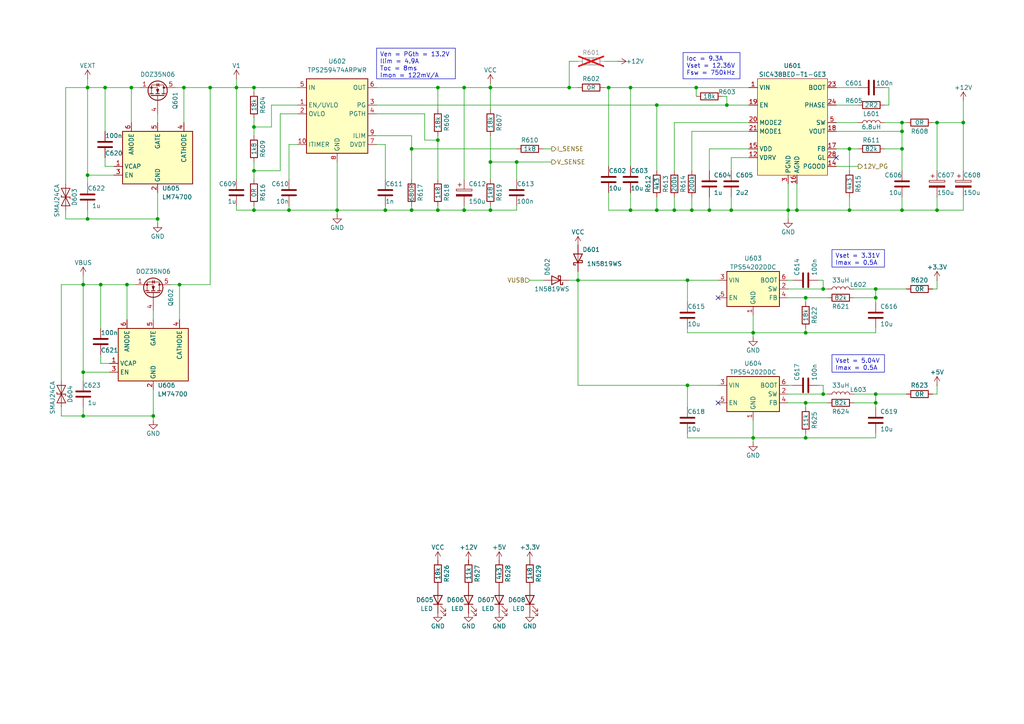
<source format=kicad_sch>
(kicad_sch (version 20231120) (generator "eeschema") (generator_version "8.0")
  (paper "A4")
  (title_block (title "Power Supply") (date "2025-04-11") (rev "01") (company "Ravenspark") (comment 1 "0-Series"))
  (lib_symbols
    (symbol "Device:C" (pin_numbers hide) (pin_names (offset 0.254))
      (property "Reference" "C" (at 0.635 2.54 0))
      (property "Value" "C" (at 0.635 -2.54 0))
      (symbol "C_1_1"
        (pin passive line (at 0 3.81 270) (length 2.794) (name "~") (number "1"))
        (pin passive line (at 0 -3.81 90) (length 2.794) (name "~") (number "2"))
      )
    )
    (symbol "Device:C_Polarized" (pin_numbers hide) (pin_names (offset 0.254))
      (property "Reference" "C" (at 0.635 2.54 0))
      (property "Value" "C_Polarized" (at 0.635 -2.54 0))
      (symbol "C_Polarized_1_1"
        (pin passive line (at 0 3.81 270) (length 2.794) (name "~") (number "1"))
        (pin passive line (at 0 -3.81 90) (length 2.794) (name "~") (number "2"))
      )
    )
    (symbol "Device:D_Schottky" (pin_numbers hide) (pin_names (offset 1.016) hide)
      (property "Reference" "D" (at 0 2.54 0))
      (property "Value" "D_Schottky" (at 0 -2.54 0))
      (symbol "D_Schottky_1_1"
        (pin passive line (at -3.81 0 0) (length 2.54) (name "K") (number "1"))
        (pin passive line (at 3.81 0 180) (length 2.54) (name "A") (number "2"))
      )
    )
    (symbol "Device:L" (pin_numbers hide) (pin_names (offset 1.016) hide)
      (property "Reference" "L" (at -1.27 0 90))
      (property "Value" "L" (at 1.905 0 90))
      (symbol "L_1_1"
        (pin passive line (at 0 3.81 270) (length 1.27) (name "1") (number "1"))
        (pin passive line (at 0 -3.81 90) (length 1.27) (name "2") (number "2"))
      )
    )
    (symbol "Device:LED" (pin_numbers hide) (pin_names (offset 1.016) hide)
      (property "Reference" "D" (at 0 2.54 0))
      (property "Value" "LED" (at 0 -2.54 0))
      (symbol "LED_1_1"
        (pin passive line (at -3.81 0 0) (length 2.54) (name "K") (number "1"))
        (pin passive line (at 3.81 0 180) (length 2.54) (name "A") (number "2"))
      )
    )
    (symbol "Device:R" (pin_numbers hide) (pin_names (offset 0))
      (property "Reference" "R" (at 2.032 0 90))
      (property "Value" "R" (at 0 0 90))
      (symbol "R_1_1"
        (pin passive line (at 0 3.81 270) (length 1.27) (name "~") (number "1"))
        (pin passive line (at 0 -3.81 90) (length 1.27) (name "~") (number "2"))
      )
    )
    (symbol "Diode:SMAJ24CA" (pin_numbers hide) (pin_names (offset 1.016) hide)
      (property "Reference" "D" (at 0 2.54 0))
      (property "Value" "SMAJ24CA" (at 0 -2.54 0))
      (symbol "SMAJ24CA_1_1"
        (pin passive line (at -3.81 0 0) (length 2.54) (name "A1") (number "1"))
        (pin passive line (at 3.81 0 180) (length 2.54) (name "A2") (number "2"))
      )
    )
    (symbol "Power_Management:LM74700"
      (property "Reference" "U" (at -9.525 -8.89 0))
      (property "Value" "LM74700" (at 7.62 -8.89 0))
      (symbol "LM74700_1_1"
        (pin passive line (at -12.7 -2.54 0) (length 2.54) (name "VCAP") (number "1"))
        (pin power_in line (at 0 -10.16 90) (length 2.54) (name "GND") (number "2"))
        (pin input line (at -12.7 -5.08 0) (length 2.54) (name "EN") (number "3"))
        (pin input line (at 7.62 10.16 270) (length 2.54) (name "CATHODE") (number "4"))
        (pin output line (at 0 10.16 270) (length 2.54) (name "GATE") (number "5"))
        (pin power_in line (at -7.62 10.16 270) (length 2.54) (name "ANODE") (number "6"))
      )
    )
    (symbol "Ravenspark:60N03D" (pin_names (offset 0) hide)
      (property "Reference" "Q7" (at -3.81 5.08 0))
      (property "Value" "60N03D" (at 6.35 -3.81 90))
      (symbol "60N03D_1_0"
        (pin input line (at -5.08 0 0) (length 2.54) (name "G") (number "4"))
        (pin passive line (at 2.54 5.08 270) (length 2.54) (name "D") (number "5"))
      )
      (symbol "60N03D_1_1"
        (pin passive line (at 2.54 -5.08 90) (length 2.54) (name "S") (number "1"))
        (pin passive line (at 2.54 -5.08 90) (length 5.08) hide (name "S") (number "2"))
        (pin passive line (at 2.54 -5.08 90) (length 2.54) hide (name "S") (number "3"))
      )
    )
    (symbol "Ravenspark:SIC438BED"
      (property "Reference" "U9" (at 0 3.81 0))
      (property "Value" "SIC438BED-T1-GE3" (at 0 1.27 0))
      (symbol "SIC438BED_0_0"
        (pin power_in line (at -12.7 -2.54 0) (length 2.54) (name "VIN") (number "1"))
        (pin passive line (at 12.7 -22.86 180) (length 2.54) hide (name "GL") (number "10"))
        (pin passive line (at 12.7 -22.86 180) (length 2.54) hide (name "GL") (number "11"))
        (pin power_out line (at -12.7 -22.86 0) (length 2.54) (name "VDRV") (number "12"))
        (pin open_collector line (at 12.7 -25.4 180) (length 2.54) (name "PGOOD") (number "14"))
        (pin power_out line (at -12.7 -20.32 0) (length 2.54) (name "VDD") (number "15"))
        (pin power_in line (at 1.27 -30.48 90) (length 2.54) (name "AGND") (number "16"))
        (pin input line (at 12.7 -20.32 180) (length 2.54) (name "FB") (number "17"))
        (pin passive line (at 12.7 -15.24 180) (length 2.54) (name "VOUT") (number "18"))
        (pin input line (at -12.7 -7.62 0) (length 2.54) (name "EN") (number "19"))
        (pin power_in line (at -12.7 -2.54 0) (length 2.54) hide (name "VIN") (number "2"))
        (pin input line (at -12.7 -12.7 0) (length 2.54) (name "MODE2") (number "20"))
        (pin input line (at -12.7 -15.24 0) (length 2.54) (name "MODE1") (number "21"))
        (pin power_in line (at -12.7 -2.54 0) (length 2.54) hide (name "VIN") (number "22"))
        (pin passive line (at 12.7 -2.54 180) (length 2.54) (name "BOOT") (number "23"))
        (pin passive line (at 12.7 -7.62 180) (length 2.54) (name "PHASE") (number "24"))
        (pin power_in line (at 1.27 -30.48 90) (length 2.54) hide (name "AGND") (number "25"))
        (pin power_in line (at -12.7 -2.54 0) (length 2.54) hide (name "VIN") (number "26"))
        (pin power_in line (at -1.27 -30.48 90) (length 2.54) hide (name "PGND") (number "27"))
        (pin passive line (at 12.7 -22.86 180) (length 2.54) (name "GL") (number "28"))
        (pin power_in line (at -1.27 -30.48 90) (length 2.54) (name "PGND") (number "3"))
        (pin power_out line (at 12.7 -12.7 180) (length 2.54) (name "SW") (number "5"))
        (pin power_out line (at 12.7 -12.7 180) (length 2.54) hide (name "SW") (number "6"))
        (pin power_out line (at 12.7 -12.7 180) (length 2.54) hide (name "SW") (number "7"))
        (pin power_out line (at 12.7 -12.7 180) (length 2.54) hide (name "SW") (number "8"))
        (pin power_in line (at 12.7 -12.7 180) (length 2.54) hide (name "SW") (number "9"))
      )
      (symbol "SIC438BED_1_0"
        (pin power_in line (at -1.27 -30.48 90) (length 2.54) hide (name "PGND") (number "13"))
        (pin power_in line (at -1.27 -30.48 90) (length 2.54) hide (name "PGND") (number "4"))
      )
    )
    (symbol "Ravenspark:TPS259474x"
      (property "Reference" "U" (at 6.35 3.81 0))
      (property "Value" "TPS259474x" (at -8.89 3.81 0))
      (symbol "TPS259474x_1_1"
        (pin input line (at -11.43 -5.08 0) (length 2.54) (name "EN/UVLO") (number "1"))
        (pin output line (at -11.43 -16.51 0) (length 2.54) (name "ITIMER") (number "10"))
        (pin input line (at -11.43 -7.62 0) (length 2.54) (name "OVLO") (number "2"))
        (pin open_collector line (at 11.43 -5.08 180) (length 2.54) (name "PG") (number "3"))
        (pin input line (at 11.43 -7.62 180) (length 2.54) (name "PGTH") (number "4"))
        (pin power_in line (at -11.43 0 0) (length 2.54) (name "IN") (number "5"))
        (pin power_out line (at 11.43 0 180) (length 2.54) (name "OUT") (number "6"))
        (pin output line (at 11.43 -16.51 180) (length 2.54) (name "DVDT") (number "7"))
        (pin power_in line (at 0 -21.59 90) (length 2.54) (name "GND") (number "8"))
        (pin output line (at 11.43 -13.97 180) (length 2.54) (name "ILIM") (number "9"))
      )
    )
    (symbol "Regulator_Switching:TPS54202DDC"
      (property "Reference" "U" (at -7.62 6.35 0))
      (property "Value" "TPS54202DDC" (at 0 6.35 0))
      (symbol "TPS54202DDC_1_1"
        (pin power_in line (at 0 -7.62 90) (length 2.54) (name "GND") (number "1"))
        (pin power_out line (at 10.16 0 180) (length 2.54) (name "SW") (number "2"))
        (pin power_in line (at -10.16 2.54 0) (length 2.54) (name "VIN") (number "3"))
        (pin input line (at 10.16 -2.54 180) (length 2.54) (name "FB") (number "4"))
        (pin input line (at -10.16 -2.54 0) (length 2.54) (name "EN") (number "5"))
        (pin passive line (at 10.16 2.54 180) (length 2.54) (name "BOOT") (number "6"))
      )
    )
    (symbol "power:+12V" (power) (pin_numbers hide) (pin_names (offset 0) hide)
      (property "Value" "+12V" (at 0 3.556 0))
      (symbol "+12V_1_1"
        (pin power_in line (at 0 0 90) (length 0) (name "~") (number "1"))
      )
    )
    (symbol "power:+3.3V" (power) (pin_numbers hide) (pin_names (offset 0) hide)
      (property "Value" "+3.3V" (at 0 3.556 0))
      (symbol "+3.3V_1_1"
        (pin power_in line (at 0 0 90) (length 0) (name "~") (number "1"))
      )
    )
    (symbol "power:+5V" (power) (pin_numbers hide) (pin_names (offset 0) hide)
      (property "Value" "+5V" (at 0 3.556 0))
      (symbol "+5V_1_1"
        (pin power_in line (at 0 0 90) (length 0) (name "~") (number "1"))
      )
    )
    (symbol "power:GND" (power) (pin_numbers hide) (pin_names (offset 0) hide)
      (property "Value" "GND" (at 0 -3.81 0))
      (symbol "GND_1_1"
        (pin power_in line (at 0 0 270) (length 0) (name "~") (number "1"))
      )
    )
    (symbol "power:VBUS" (power) (pin_numbers hide) (pin_names (offset 0) hide)
      (property "Value" "VBUS" (at 0 3.556 0))
      (symbol "VBUS_1_1"
        (pin power_in line (at 0 0 90) (length 0) (name "~") (number "1"))
      )
    )
    (symbol "power:VCC" (power) (pin_numbers hide) (pin_names (offset 0) hide)
      (property "Value" "VCC" (at 0 3.556 0))
      (symbol "VCC_1_1"
        (pin power_in line (at 0 0 90) (length 0) (name "~") (number "1"))
      )
    )
  )
  (junction (at 25.4 25.4))
  (junction (at 142.24 60.96))
  (junction (at 271.78 60.96))
  (junction (at 36.83 82.55))
  (junction (at 45.72 63.5))
  (junction (at 271.78 35.56))
  (junction (at 24.13 120.65))
  (junction (at 73.66 60.96))
  (junction (at 53.34 25.4))
  (junction (at 233.68 127))
  (junction (at 52.07 82.55))
  (junction (at 127 60.96))
  (junction (at 261.62 35.56))
  (junction (at 97.79 60.96))
  (junction (at 176.53 25.4))
  (junction (at 228.6 60.96))
  (junction (at 254 114.3))
  (junction (at 233.68 96.52))
  (junction (at 205.74 60.96))
  (junction (at 165.1 25.4))
  (junction (at 44.45 120.65))
  (junction (at 190.5 30.48))
  (junction (at 218.44 127))
  (junction (at 261.62 38.1))
  (junction (at 246.38 60.96))
  (junction (at 279.4 35.56))
  (junction (at 38.1 25.4))
  (junction (at 233.68 116.84))
  (junction (at 60.96 25.4))
  (junction (at 142.24 25.4))
  (junction (at 29.21 82.55))
  (junction (at 134.62 25.4))
  (junction (at 73.66 49.53))
  (junction (at 25.4 50.8))
  (junction (at 24.13 107.95))
  (junction (at 238.76 83.82))
  (junction (at 182.88 25.4))
  (junction (at 24.13 82.55))
  (junction (at 200.66 60.96))
  (junction (at 134.62 60.96))
  (junction (at 30.48 25.4))
  (junction (at 212.09 60.96))
  (junction (at 25.4 63.5))
  (junction (at 190.5 60.96))
  (junction (at 261.62 60.96))
  (junction (at 261.62 43.18))
  (junction (at 254 83.82))
  (junction (at 73.66 25.4))
  (junction (at 182.88 60.96))
  (junction (at 149.86 46.99))
  (junction (at 127 25.4))
  (junction (at 119.38 43.18))
  (junction (at 254 116.84))
  (junction (at 127 40.64))
  (junction (at 238.76 114.3))
  (junction (at 111.76 60.96))
  (junction (at 73.66 36.83))
  (junction (at 218.44 96.52))
  (junction (at 167.64 81.28))
  (junction (at 142.24 46.99))
  (junction (at 199.39 81.28))
  (junction (at 231.14 60.96))
  (junction (at 233.68 86.36))
  (junction (at 210.82 30.48))
  (junction (at 201.93 25.4))
  (junction (at 195.58 60.96))
  (junction (at 199.39 111.76))
  (junction (at 246.38 43.18))
  (junction (at 83.82 60.96))
  (junction (at 254 86.36))
  (junction (at 68.58 25.4))
  (junction (at 119.38 60.96))
  (no_connect (at 208.28 116.84))
  (no_connect (at 242.57 45.72))
  (no_connect (at 208.28 86.36))
  (wire (pts (xy 53.34 25.4) (xy 53.34 35.56)))
  (wire (pts (xy 134.62 52.07) (xy 134.62 25.4)))
  (wire (pts (xy 127 39.37) (xy 127 40.64)))
  (wire (pts (xy 182.88 25.4) (xy 201.93 25.4)))
  (wire (pts (xy 73.66 36.83) (xy 73.66 34.29)))
  (wire (pts (xy 167.64 111.76) (xy 199.39 111.76)))
  (wire (pts (xy 246.38 60.96) (xy 231.14 60.96)))
  (wire (pts (xy 238.76 114.3) (xy 240.03 114.3)))
  (wire (pts (xy 111.76 52.07) (xy 111.76 41.91)))
  (wire (pts (xy 86.36 30.48) (xy 78.74 30.48)))
  (wire (pts (xy 254 83.82) (xy 247.65 83.82)))
  (wire (pts (xy 212.09 57.15) (xy 212.09 60.96)))
  (wire (pts (xy 233.68 127) (xy 254 127)))
  (wire (pts (xy 256.54 30.48) (xy 257.81 30.48)))
  (wire (pts (xy 271.78 57.15) (xy 271.78 60.96)))
  (wire (pts (xy 53.34 25.4) (xy 60.96 25.4)))
  (wire (pts (xy 30.48 25.4) (xy 38.1 25.4)))
  (wire (pts (xy 242.57 30.48) (xy 248.92 30.48)))
  (wire (pts (xy 182.88 55.88) (xy 182.88 60.96)))
  (wire (pts (xy 238.76 81.28) (xy 238.76 83.82)))
  (wire (pts (xy 182.88 25.4) (xy 182.88 48.26)))
  (wire (pts (xy 228.6 81.28) (xy 229.87 81.28)))
  (wire (pts (xy 123.19 33.02) (xy 123.19 40.64)))
  (wire (pts (xy 127 60.96) (xy 119.38 60.96)))
  (wire (pts (xy 142.24 39.37) (xy 142.24 46.99)))
  (wire (pts (xy 199.39 111.76) (xy 199.39 118.11)))
  (wire (pts (xy 210.82 27.94) (xy 209.55 27.94)))
  (wire (pts (xy 157.48 43.18) (xy 160.02 43.18)))
  (wire (pts (xy 201.93 27.94) (xy 201.93 25.4)))
  (wire (pts (xy 134.62 60.96) (xy 142.24 60.96)))
  (wire (pts (xy 165.1 17.78) (xy 165.1 25.4)))
  (wire (pts (xy 212.09 45.72) (xy 212.09 49.53)))
  (wire (pts (xy 271.78 35.56) (xy 270.51 35.56)))
  (wire (pts (xy 228.6 60.96) (xy 228.6 63.5)))
  (wire (pts (xy 176.53 55.88) (xy 176.53 60.96)))
  (wire (pts (xy 270.51 83.82) (xy 271.78 83.82)))
  (wire (pts (xy 52.07 82.55) (xy 49.53 82.55)))
  (wire (pts (xy 97.79 60.96) (xy 97.79 62.23)))
  (wire (pts (xy 134.62 59.69) (xy 134.62 60.96)))
  (wire (pts (xy 81.28 33.02) (xy 81.28 49.53)))
  (wire (pts (xy 45.72 63.5) (xy 25.4 63.5)))
  (wire (pts (xy 208.28 81.28) (xy 199.39 81.28)))
  (wire (pts (xy 83.82 41.91) (xy 83.82 52.07)))
  (wire (pts (xy 179.07 17.78) (xy 175.26 17.78)))
  (wire (pts (xy 29.21 82.55) (xy 29.21 95.25)))
  (wire (pts (xy 246.38 57.15) (xy 246.38 60.96)))
  (wire (pts (xy 134.62 25.4) (xy 142.24 25.4)))
  (wire (pts (xy 233.68 125.73) (xy 233.68 127)))
  (wire (pts (xy 38.1 25.4) (xy 40.64 25.4)))
  (wire (pts (xy 217.17 43.18) (xy 205.74 43.18)))
  (wire (pts (xy 200.66 38.1) (xy 217.17 38.1)))
  (wire (pts (xy 279.4 49.53) (xy 279.4 35.56)))
  (wire (pts (xy 44.45 120.65) (xy 24.13 120.65)))
  (wire (pts (xy 149.86 46.99) (xy 160.02 46.99)))
  (wire (pts (xy 271.78 81.28) (xy 271.78 83.82)))
  (wire (pts (xy 109.22 30.48) (xy 190.5 30.48)))
  (wire (pts (xy 52.07 82.55) (xy 52.07 92.71)))
  (wire (pts (xy 44.45 90.17) (xy 44.45 92.71)))
  (wire (pts (xy 233.68 116.84) (xy 233.68 118.11)))
  (wire (pts (xy 190.5 57.15) (xy 190.5 60.96)))
  (wire (pts (xy 195.58 35.56) (xy 195.58 49.53)))
  (wire (pts (xy 19.05 63.5) (xy 25.4 63.5)))
  (wire (pts (xy 44.45 120.65) (xy 44.45 121.92)))
  (wire (pts (xy 210.82 30.48) (xy 217.17 30.48)))
  (wire (pts (xy 237.49 111.76) (xy 238.76 111.76)))
  (wire (pts (xy 73.66 49.53) (xy 73.66 52.07)))
  (wire (pts (xy 142.24 24.13) (xy 142.24 25.4)))
  (wire (pts (xy 200.66 57.15) (xy 200.66 60.96)))
  (wire (pts (xy 199.39 95.25) (xy 199.39 96.52)))
  (wire (pts (xy 190.5 30.48) (xy 190.5 49.53)))
  (wire (pts (xy 111.76 41.91) (xy 109.22 41.91)))
  (wire (pts (xy 242.57 48.26) (xy 248.92 48.26)))
  (wire (pts (xy 279.4 57.15) (xy 279.4 60.96)))
  (wire (pts (xy 261.62 35.56) (xy 256.54 35.56)))
  (wire (pts (xy 218.44 96.52) (xy 218.44 97.79)))
  (wire (pts (xy 165.1 25.4) (xy 167.64 25.4)))
  (wire (pts (xy 242.57 38.1) (xy 261.62 38.1)))
  (wire (pts (xy 228.6 116.84) (xy 233.68 116.84)))
  (wire (pts (xy 208.28 111.76) (xy 199.39 111.76)))
  (wire (pts (xy 31.75 105.41) (xy 29.21 105.41)))
  (wire (pts (xy 86.36 41.91) (xy 83.82 41.91)))
  (wire (pts (xy 271.78 35.56) (xy 271.78 49.53)))
  (wire (pts (xy 233.68 96.52) (xy 254 96.52)))
  (wire (pts (xy 33.02 48.26) (xy 30.48 48.26)))
  (wire (pts (xy 78.74 30.48) (xy 78.74 36.83)))
  (wire (pts (xy 17.78 120.65) (xy 24.13 120.65)))
  (wire (pts (xy 218.44 121.92) (xy 218.44 127)))
  (wire (pts (xy 201.93 25.4) (xy 217.17 25.4)))
  (wire (pts (xy 254 114.3) (xy 262.89 114.3)))
  (wire (pts (xy 29.21 105.41) (xy 29.21 102.87)))
  (wire (pts (xy 119.38 39.37) (xy 119.38 43.18)))
  (wire (pts (xy 254 87.63) (xy 254 86.36)))
  (wire (pts (xy 254 83.82) (xy 262.89 83.82)))
  (wire (pts (xy 52.07 82.55) (xy 60.96 82.55)))
  (wire (pts (xy 270.51 114.3) (xy 271.78 114.3)))
  (wire (pts (xy 200.66 49.53) (xy 200.66 38.1)))
  (wire (pts (xy 44.45 113.03) (xy 44.45 120.65)))
  (wire (pts (xy 73.66 59.69) (xy 73.66 60.96)))
  (wire (pts (xy 83.82 60.96) (xy 97.79 60.96)))
  (wire (pts (xy 256.54 43.18) (xy 261.62 43.18)))
  (wire (pts (xy 19.05 25.4) (xy 25.4 25.4)))
  (wire (pts (xy 199.39 96.52) (xy 218.44 96.52)))
  (wire (pts (xy 233.68 86.36) (xy 233.68 87.63)))
  (wire (pts (xy 127 25.4) (xy 127 31.75)))
  (wire (pts (xy 261.62 43.18) (xy 261.62 38.1)))
  (wire (pts (xy 233.68 116.84) (xy 240.03 116.84)))
  (wire (pts (xy 228.6 114.3) (xy 238.76 114.3)))
  (wire (pts (xy 19.05 60.96) (xy 19.05 63.5)))
  (wire (pts (xy 142.24 25.4) (xy 142.24 31.75)))
  (wire (pts (xy 25.4 22.86) (xy 25.4 25.4)))
  (wire (pts (xy 176.53 25.4) (xy 182.88 25.4)))
  (wire (pts (xy 199.39 125.73) (xy 199.39 127)))
  (wire (pts (xy 200.66 60.96) (xy 205.74 60.96)))
  (wire (pts (xy 119.38 43.18) (xy 149.86 43.18)))
  (wire (pts (xy 36.83 82.55) (xy 36.83 92.71)))
  (wire (pts (xy 228.6 53.34) (xy 228.6 60.96)))
  (wire (pts (xy 60.96 25.4) (xy 68.58 25.4)))
  (wire (pts (xy 68.58 59.69) (xy 68.58 60.96)))
  (wire (pts (xy 167.64 81.28) (xy 199.39 81.28)))
  (wire (pts (xy 190.5 60.96) (xy 195.58 60.96)))
  (wire (pts (xy 17.78 82.55) (xy 24.13 82.55)))
  (wire (pts (xy 217.17 35.56) (xy 195.58 35.56)))
  (wire (pts (xy 205.74 43.18) (xy 205.74 49.53)))
  (wire (pts (xy 134.62 25.4) (xy 127 25.4)))
  (wire (pts (xy 33.02 50.8) (xy 25.4 50.8)))
  (wire (pts (xy 237.49 81.28) (xy 238.76 81.28)))
  (wire (pts (xy 205.74 57.15) (xy 205.74 60.96)))
  (wire (pts (xy 30.48 48.26) (xy 30.48 45.72)))
  (wire (pts (xy 217.17 45.72) (xy 212.09 45.72)))
  (wire (pts (xy 256.54 25.4) (xy 257.81 25.4)))
  (wire (pts (xy 24.13 80.01) (xy 24.13 82.55)))
  (wire (pts (xy 68.58 22.86) (xy 68.58 25.4)))
  (wire (pts (xy 238.76 83.82) (xy 240.03 83.82)))
  (wire (pts (xy 142.24 25.4) (xy 165.1 25.4)))
  (wire (pts (xy 73.66 49.53) (xy 81.28 49.53)))
  (wire (pts (xy 24.13 82.55) (xy 29.21 82.55)))
  (wire (pts (xy 119.38 60.96) (xy 119.38 59.69)))
  (wire (pts (xy 31.75 107.95) (xy 24.13 107.95)))
  (wire (pts (xy 68.58 25.4) (xy 68.58 52.07)))
  (wire (pts (xy 199.39 81.28) (xy 199.39 87.63)))
  (wire (pts (xy 246.38 43.18) (xy 248.92 43.18)))
  (wire (pts (xy 149.86 59.69) (xy 149.86 60.96)))
  (wire (pts (xy 142.24 46.99) (xy 142.24 52.07)))
  (wire (pts (xy 261.62 35.56) (xy 262.89 35.56)))
  (wire (pts (xy 242.57 35.56) (xy 248.92 35.56)))
  (wire (pts (xy 242.57 25.4) (xy 248.92 25.4)))
  (wire (pts (xy 261.62 49.53) (xy 261.62 43.18)))
  (wire (pts (xy 205.74 60.96) (xy 212.09 60.96)))
  (wire (pts (xy 73.66 36.83) (xy 73.66 39.37)))
  (wire (pts (xy 86.36 33.02) (xy 81.28 33.02)))
  (wire (pts (xy 167.64 78.74) (xy 167.64 81.28)))
  (wire (pts (xy 233.68 95.25) (xy 233.68 96.52)))
  (wire (pts (xy 25.4 53.34) (xy 25.4 50.8)))
  (wire (pts (xy 167.64 17.78) (xy 165.1 17.78)))
  (wire (pts (xy 218.44 127) (xy 218.44 128.27)))
  (wire (pts (xy 24.13 110.49) (xy 24.13 107.95)))
  (wire (pts (xy 182.88 60.96) (xy 190.5 60.96)))
  (wire (pts (xy 271.78 35.56) (xy 279.4 35.56)))
  (wire (pts (xy 231.14 53.34) (xy 231.14 60.96)))
  (wire (pts (xy 109.22 33.02) (xy 123.19 33.02)))
  (wire (pts (xy 38.1 25.4) (xy 38.1 35.56)))
  (wire (pts (xy 254 116.84) (xy 254 114.3)))
  (wire (pts (xy 218.44 127) (xy 233.68 127)))
  (wire (pts (xy 254 125.73) (xy 254 127)))
  (wire (pts (xy 279.4 29.21) (xy 279.4 35.56)))
  (wire (pts (xy 111.76 59.69) (xy 111.76 60.96)))
  (wire (pts (xy 24.13 118.11) (xy 24.13 120.65)))
  (wire (pts (xy 228.6 86.36) (xy 233.68 86.36)))
  (wire (pts (xy 238.76 111.76) (xy 238.76 114.3)))
  (wire (pts (xy 127 25.4) (xy 109.22 25.4)))
  (wire (pts (xy 149.86 46.99) (xy 149.86 52.07)))
  (wire (pts (xy 119.38 43.18) (xy 119.38 52.07)))
  (wire (pts (xy 233.68 86.36) (xy 240.03 86.36)))
  (wire (pts (xy 111.76 60.96) (xy 119.38 60.96)))
  (wire (pts (xy 176.53 25.4) (xy 176.53 48.26)))
  (wire (pts (xy 73.66 25.4) (xy 86.36 25.4)))
  (wire (pts (xy 254 114.3) (xy 247.65 114.3)))
  (wire (pts (xy 127 59.69) (xy 127 60.96)))
  (wire (pts (xy 167.64 81.28) (xy 167.64 111.76)))
  (wire (pts (xy 195.58 60.96) (xy 200.66 60.96)))
  (wire (pts (xy 142.24 46.99) (xy 149.86 46.99)))
  (wire (pts (xy 17.78 82.55) (xy 17.78 110.49)))
  (wire (pts (xy 195.58 57.15) (xy 195.58 60.96)))
  (wire (pts (xy 60.96 25.4) (xy 60.96 82.55)))
  (wire (pts (xy 97.79 46.99) (xy 97.79 60.96)))
  (wire (pts (xy 123.19 40.64) (xy 127 40.64)))
  (wire (pts (xy 246.38 43.18) (xy 246.38 49.53)))
  (wire (pts (xy 30.48 25.4) (xy 30.48 38.1)))
  (wire (pts (xy 254 118.11) (xy 254 116.84)))
  (wire (pts (xy 45.72 33.02) (xy 45.72 35.56)))
  (wire (pts (xy 36.83 82.55) (xy 39.37 82.55)))
  (wire (pts (xy 73.66 60.96) (xy 83.82 60.96)))
  (wire (pts (xy 212.09 60.96) (xy 228.6 60.96)))
  (wire (pts (xy 53.34 25.4) (xy 50.8 25.4)))
  (wire (pts (xy 257.81 30.48) (xy 257.81 25.4)))
  (wire (pts (xy 247.65 86.36) (xy 254 86.36)))
  (wire (pts (xy 228.6 83.82) (xy 238.76 83.82)))
  (wire (pts (xy 218.44 96.52) (xy 233.68 96.52)))
  (wire (pts (xy 254 86.36) (xy 254 83.82)))
  (wire (pts (xy 24.13 82.55) (xy 24.13 107.95)))
  (wire (pts (xy 261.62 60.96) (xy 246.38 60.96)))
  (wire (pts (xy 176.53 60.96) (xy 182.88 60.96)))
  (wire (pts (xy 261.62 38.1) (xy 261.62 35.56)))
  (wire (pts (xy 199.39 127) (xy 218.44 127)))
  (wire (pts (xy 261.62 57.15) (xy 261.62 60.96)))
  (wire (pts (xy 127 40.64) (xy 127 52.07)))
  (wire (pts (xy 134.62 60.96) (xy 127 60.96)))
  (wire (pts (xy 165.1 81.28) (xy 167.64 81.28)))
  (wire (pts (xy 68.58 25.4) (xy 73.66 25.4)))
  (wire (pts (xy 210.82 30.48) (xy 210.82 27.94)))
  (wire (pts (xy 109.22 39.37) (xy 119.38 39.37)))
  (wire (pts (xy 83.82 59.69) (xy 83.82 60.96)))
  (wire (pts (xy 153.67 81.28) (xy 157.48 81.28)))
  (wire (pts (xy 190.5 30.48) (xy 210.82 30.48)))
  (wire (pts (xy 25.4 60.96) (xy 25.4 63.5)))
  (wire (pts (xy 17.78 118.11) (xy 17.78 120.65)))
  (wire (pts (xy 73.66 25.4) (xy 73.66 26.67)))
  (wire (pts (xy 247.65 116.84) (xy 254 116.84)))
  (wire (pts (xy 175.26 25.4) (xy 176.53 25.4)))
  (wire (pts (xy 45.72 63.5) (xy 45.72 64.77)))
  (wire (pts (xy 29.21 82.55) (xy 36.83 82.55)))
  (wire (pts (xy 45.72 55.88) (xy 45.72 63.5)))
  (wire (pts (xy 254 95.25) (xy 254 96.52)))
  (wire (pts (xy 231.14 60.96) (xy 228.6 60.96)))
  (wire (pts (xy 142.24 60.96) (xy 149.86 60.96)))
  (wire (pts (xy 228.6 111.76) (xy 229.87 111.76)))
  (wire (pts (xy 19.05 25.4) (xy 19.05 53.34)))
  (wire (pts (xy 242.57 43.18) (xy 246.38 43.18)))
  (wire (pts (xy 73.66 36.83) (xy 78.74 36.83)))
  (wire (pts (xy 261.62 60.96) (xy 271.78 60.96)))
  (wire (pts (xy 25.4 25.4) (xy 30.48 25.4)))
  (wire (pts (xy 73.66 49.53) (xy 73.66 46.99)))
  (wire (pts (xy 218.44 91.44) (xy 218.44 96.52)))
  (wire (pts (xy 68.58 60.96) (xy 73.66 60.96)))
  (wire (pts (xy 271.78 111.76) (xy 271.78 114.3)))
  (wire (pts (xy 279.4 60.96) (xy 271.78 60.96)))
  (wire (pts (xy 142.24 59.69) (xy 142.24 60.96)))
  (wire (pts (xy 25.4 25.4) (xy 25.4 50.8)))
  (wire (pts (xy 97.79 60.96) (xy 111.76 60.96)))
  (text_box "Vset = 3.31V\nImax = 0.5A" (at 241.3 72.39 0) (size 15.24 5.08) (effects (font (size 1.27 1.27)) (justify left top)))
  (text_box "Ven = PGth = 13.2V\nIlim = 4.9A\nToc = 8ms\nImon = 122mV/A" (at 109.22 13.97 0) (size 22.86 8.89) (effects (font (size 1.27 1.27)) (justify left top)))
  (text_box "Vset = 5.04V\nImax = 0.5A" (at 241.3 102.87 0) (size 15.24 5.08) (effects (font (size 1.27 1.27)) (justify left top)))
  (text_box "Ioc = 9.3A\nVset = 12.36V\nFsw = 750kHz" (at 198.12 15.24 0) (size 16.51 7.62) (effects (font (size 1.27 1.27)) (justify left top)))
  (hierarchical_label "VUSB" (shape input) (at 153.67 81.28 180))
  (hierarchical_label "12V_PG" (shape output) (at 248.92 48.26 0))
  (hierarchical_label "I_SENSE" (shape output) (at 160.02 43.18 0))
  (hierarchical_label "V_SENSE" (shape output) (at 160.02 46.99 0))
  (symbol (lib_id "Device:R") (at 266.7 114.3 90) (unit 1)
    (property "Reference" "R623" (at 269.24 111.76 90) (effects (justify left)))
    (property "Value" "0R" (at 266.7 114.3 90))
    (property "Footprint" "Resistor_SMD:R_0603_1608Metric" (effects (hide yes)))
    (property "Description" "Resistor" (effects (hide yes)))
  )
  (symbol (lib_id "Power_Management:LM74700") (at 44.45 102.87 0) (unit 1)
    (property "Reference" "U606" (at 45.72 111.76 0) (effects (justify left)))
    (property "Value" "LM74700" (at 45.72 114.3 0) (effects (justify left)))
    (property "Footprint" "Package_TO_SOT_SMD:SOT-23-6" (effects (hide yes)))
    (property "Datasheet" "http://www.ti.com/lit/gpn/LM74700-Q1" (effects (hide yes)))
    (property "Description" "Low Iq reverse battery protection ideal diode controller, SOT-23-6" (effects (hide yes)))
    (property "JLC PN" "C2941042" (effects (hide yes)))
  )
  (symbol (lib_id "Device:D_Schottky") (at 167.64 74.93 90) (unit 1)
    (property "Reference" "D601" (at 168.91 72.39 90) (effects (justify right)))
    (property "Value" "1N5819WS" (at 170.18 76.5174 90) (effects (justify right)))
    (property "Footprint" "Diode_SMD:D_SOD-323" (effects (hide yes)))
    (property "Description" "Schottky diode" (effects (hide yes)))
    (property "JLC PN" "C191023" (effects (hide yes)))
  )
  (symbol (lib_id "Device:C") (at 212.09 53.34 0) (unit 1)
    (property "Reference" "C605" (at 213.36 50.8 0) (effects (justify left)))
    (property "Value" "2u2" (at 213.36 55.88 0) (effects (justify left)))
    (property "Footprint" "Capacitor_SMD:C_0603_1608Metric" (effects (hide yes)))
    (property "Description" "Unpolarized capacitor" (effects (hide yes)))
    (property "JLC PN" "C23630" (effects (hide yes)))
  )
  (symbol (lib_id "Device:C") (at 252.73 25.4 90) (unit 1)
    (property "Reference" "C601" (at 250.19 24.13 90) (effects (justify left)))
    (property "Value" "100n" (at 259.08 24.13 90) (effects (justify left)))
    (property "Footprint" "Capacitor_SMD:C_0402_1005Metric" (effects (hide yes)))
    (property "Description" "Unpolarized capacitor" (effects (hide yes)))
    (property "JLC PN" "C307331" (effects (hide yes)))
  )
  (symbol (lib_id "Device:R") (at 119.38 55.88 0) (unit 1)
    (property "Reference" "R617" (at 121.92 58.42 90) (effects (justify left)))
    (property "Value" "680R" (at 119.38 55.88 90))
    (property "Footprint" "Resistor_SMD:R_0402_1005Metric" (effects (hide yes)))
    (property "Description" "Resistor" (effects (hide yes)))
  )
  (symbol (lib_id "Device:R") (at 73.66 55.88 0) (unit 1)
    (property "Reference" "R616" (at 76.2 58.42 90) (effects (justify left)))
    (property "Value" "0R" (at 73.66 55.88 90))
    (property "Footprint" "Resistor_SMD:R_0402_1005Metric" (effects (hide yes)))
    (property "Description" "Resistor" (effects (hide yes)))
  )
  (symbol (lib_id "power:+3.3V") (at 271.78 81.28 0) (unit 1)
    (property "Reference" "#PWR0607" (effects (hide yes)))
    (property "Value" "+3.3V" (at 271.78 77.47 0))
    (property "Description" "Power symbol creates a global label with name \"+3.3V\"" (effects (hide yes)))
  )
  (symbol (lib_id "Device:C") (at 24.13 114.3 0) (unit 1)
    (property "Reference" "C623" (at 24.13 111.76 0) (effects (justify left)))
    (property "Value" "1u" (at 25.4 116.84 0) (effects (justify left)))
    (property "Footprint" "Capacitor_SMD:C_0603_1608Metric" (effects (hide yes)))
    (property "Description" "Unpolarized capacitor" (effects (hide yes)))
    (property "JLC PN" "C15849" (effects (hide yes)))
  )
  (symbol (lib_id "Device:L") (at 243.84 83.82 90) (unit 1)
    (property "Reference" "L602" (at 248.92 82.55 90))
    (property "Value" "33uH" (at 243.84 81.28 90))
    (property "Footprint" "Inductor_SMD:L_Changjiang_FNR4030S" (effects (hide yes)))
    (property "Description" "Inductor" (effects (hide yes)))
    (property "JLC PN" "C15269" (effects (hide yes)))
  )
  (symbol (lib_id "power:+12V") (at 135.89 162.56 0) (unit 1)
    (property "Reference" "#PWR0616" (effects (hide yes)))
    (property "Value" "+12V" (at 135.89 158.75 0))
    (property "Description" "Power symbol creates a global label with name \"+12V\"" (effects (hide yes)))
  )
  (symbol (lib_id "Device:R") (at 266.7 83.82 90) (unit 1)
    (property "Reference" "R620" (at 269.24 81.28 90) (effects (justify left)))
    (property "Value" "0R" (at 266.7 83.82 90))
    (property "Footprint" "Resistor_SMD:R_0603_1608Metric" (effects (hide yes)))
    (property "Description" "Resistor" (effects (hide yes)))
  )
  (symbol (lib_id "Device:C") (at 182.88 52.07 0) (unit 1)
    (property "Reference" "C603" (at 182.88 49.53 0) (effects (justify left)))
    (property "Value" "10u" (at 182.88 54.61 0) (effects (justify left)))
    (property "Footprint" "Capacitor_SMD:C_1206_3216Metric" (effects (hide yes)))
    (property "Description" "Unpolarized capacitor" (effects (hide yes)))
    (property "JLC PN" "C13585" (effects (hide yes)))
  )
  (symbol (lib_id "Device:L") (at 243.84 114.3 90) (unit 1)
    (property "Reference" "L603" (at 248.92 113.03 90))
    (property "Value" "33uH" (at 243.84 111.76 90))
    (property "Footprint" "Inductor_SMD:L_Changjiang_FNR4030S" (effects (hide yes)))
    (property "Description" "Inductor" (effects (hide yes)))
    (property "JLC PN" "C15269" (effects (hide yes)))
  )
  (symbol (lib_id "power:GND") (at 44.45 121.92 0) (unit 1)
    (property "Reference" "#PWR0620" (effects (hide yes)))
    (property "Value" "GND" (at 44.45 125.73 0))
    (property "Description" "Power symbol creates a global label with name \"GND\" , ground" (effects (hide yes)))
  )
  (symbol (lib_id "Device:R") (at 205.74 27.94 270) (unit 1)
    (property "Reference" "R603" (at 208.28 26.67 90) (effects (justify left)))
    (property "Value" "18k" (at 205.74 27.94 90))
    (property "Footprint" "Resistor_SMD:R_0402_1005Metric" (effects (hide yes)))
    (property "Description" "Resistor" (effects (hide yes)))
  )
  (symbol (lib_id "Device:R") (at 246.38 53.34 180) (unit 1)
    (property "Reference" "R615" (at 248.92 50.8 90) (effects (justify left)))
    (property "Value" "4k3" (at 246.38 53.34 90))
    (property "Footprint" "Resistor_SMD:R_0402_1005Metric" (effects (hide yes)))
    (property "Description" "Resistor" (effects (hide yes)))
  )
  (symbol (lib_id "Power_Management:LM74700") (at 45.72 45.72 0) (unit 1)
    (property "Reference" "U605" (at 46.99 54.61 0) (effects (justify left)))
    (property "Value" "LM74700" (at 46.99 57.15 0) (effects (justify left)))
    (property "Footprint" "Package_TO_SOT_SMD:SOT-23-6" (effects (hide yes)))
    (property "Datasheet" "http://www.ti.com/lit/gpn/LM74700-Q1" (effects (hide yes)))
    (property "Description" "Low Iq reverse battery protection ideal diode controller, SOT-23-6" (effects (hide yes)))
    (property "JLC PN" "C2941042" (effects (hide yes)))
  )
  (symbol (lib_id "Ravenspark:60N03D") (at 45.72 27.94 270) (mirror x) (unit 1)
    (property "Reference" "Q601" (at 50.8 31.75 0) (effects (justify left)))
    (property "Value" "DOZ35N06" (at 40.64 21.59 90) (effects (justify left)))
    (property "Footprint" "Package_SON:VSON-8_3.3x3.3mm_P0.65mm_NexFET" (effects (hide yes)))
    (property "Description" "N-MOSFET transistor, source/gate/drain" (effects (hide yes)))
    (property "JLC PN" "C36499167" (effects (hide yes)))
  )
  (symbol (lib_id "Device:R") (at 200.66 53.34 180) (unit 1)
    (property "Reference" "R614" (at 198.12 50.8 90) (effects (justify left)))
    (property "Value" "200k" (at 200.66 53.34 90))
    (property "Footprint" "Resistor_SMD:R_0402_1005Metric" (effects (hide yes)))
    (property "Description" "Resistor" (effects (hide yes)))
  )
  (symbol (lib_id "Device:D_Schottky") (at 161.29 81.28 180) (unit 1)
    (property "Reference" "D602" (at 158.75 80.01 90) (effects (justify right)))
    (property "Value" "1N5819WS" (at 154.94 83.82 0) (effects (justify right)))
    (property "Footprint" "Diode_SMD:D_SOD-323" (effects (hide yes)))
    (property "Description" "Schottky diode" (effects (hide yes)))
    (property "JLC PN" "C191023" (effects (hide yes)))
  )
  (symbol (lib_id "power:GND") (at 153.67 177.8 0) (unit 1)
    (property "Reference" "#PWR0624" (effects (hide yes)))
    (property "Value" "GND" (at 153.67 181.61 0))
    (property "Description" "Power symbol creates a global label with name \"GND\" , ground" (effects (hide yes)))
  )
  (symbol (lib_id "Device:R") (at 127 55.88 0) (unit 1)
    (property "Reference" "R618" (at 129.54 58.42 90) (effects (justify left)))
    (property "Value" "1k8" (at 127 55.88 90))
    (property "Footprint" "Resistor_SMD:R_0402_1005Metric" (effects (hide yes)))
    (property "Description" "Resistor" (effects (hide yes)))
  )
  (symbol (lib_id "Device:C") (at 261.62 53.34 0) (unit 1)
    (property "Reference" "C606" (at 256.54 50.8 0) (effects (justify left)))
    (property "Value" "10u" (at 257.81 55.88 0) (effects (justify left)))
    (property "Footprint" "Capacitor_SMD:C_1206_3216Metric" (effects (hide yes)))
    (property "Description" "Unpolarized capacitor" (effects (hide yes)))
    (property "JLC PN" "C13585" (effects (hide yes)))
  )
  (symbol (lib_id "power:GND") (at 127 177.8 0) (unit 1)
    (property "Reference" "#PWR0621" (effects (hide yes)))
    (property "Value" "GND" (at 127 181.61 0))
    (property "Description" "Power symbol creates a global label with name \"GND\" , ground" (effects (hide yes)))
  )
  (symbol (lib_id "Device:LED") (at 127 173.99 90) (unit 1)
    (property "Reference" "D605" (at 120.65 173.99 90) (effects (justify right)))
    (property "Value" "LED" (at 121.92 176.53 90) (effects (justify right)))
    (property "Footprint" "LED_SMD:LED_0603_1608Metric" (effects (hide yes)))
    (property "Description" "Light emitting diode" (effects (hide yes)))
    (property "JLC PN" "C2286" (effects (hide yes)))
  )
  (symbol (lib_id "power:GND") (at 97.79 62.23 0) (unit 1)
    (property "Reference" "#PWR0604" (effects (hide yes)))
    (property "Value" "GND" (at 97.79 66.04 0))
    (property "Description" "Power symbol creates a global label with name \"GND\" , ground" (effects (hide yes)))
  )
  (symbol (lib_id "Device:R") (at 171.45 17.78 90) (unit 1) (dnp yes)
    (property "Reference" "R601" (at 173.99 15.24 90) (effects (justify left)))
    (property "Value" "0R" (at 171.45 17.78 90))
    (property "Footprint" "Resistor_SMD:R_1206_3216Metric" (effects (hide yes)))
    (property "Description" "Resistor" (effects (hide yes)))
  )
  (symbol (lib_id "Device:R") (at 73.66 30.48 0) (unit 1)
    (property "Reference" "R604" (at 76.2 33.02 90) (effects (justify left)))
    (property "Value" "18k" (at 73.66 30.48 90))
    (property "Footprint" "Resistor_SMD:R_0402_1005Metric" (effects (hide yes)))
    (property "Description" "Resistor" (effects (hide yes)))
  )
  (symbol (lib_id "Device:C") (at 111.76 55.88 0) (mirror x) (unit 1)
    (property "Reference" "C611" (at 111.76 53.34 0) (effects (justify left)))
    (property "Value" "1n" (at 111.76 58.42 0) (effects (justify left)))
    (property "Footprint" "Capacitor_SMD:C_0402_1005Metric" (effects (hide yes)))
    (property "Description" "Unpolarized capacitor" (effects (hide yes)))
    (property "JLC PN" "C1523" (effects (hide yes)))
  )
  (symbol (lib_id "Ravenspark:TPS259474x") (at 97.79 25.4 0) (unit 1)
    (property "Reference" "U602" (at 97.79 17.78 0))
    (property "Value" "TPS259474ARPWR" (at 97.79 20.32 0))
    (property "Footprint" "RVNSPRK_Packages:RPW0010A_VQFN-HR-10" (effects (hide yes)))
    (property "Datasheet" "https://www.ti.com/lit/gpn/tps25947" (effects (hide yes)))
    (property "Description" "24V eFuse Protection Switch (VQFN-10)" (effects (hide yes)))
    (property "JLC PN" "C3662807" (effects (hide yes)))
  )
  (symbol (lib_id "Device:C") (at 254 121.92 0) (unit 1)
    (property "Reference" "C619" (at 255.27 119.38 0) (effects (justify left)))
    (property "Value" "10u" (at 255.27 124.46 0) (effects (justify left)))
    (property "Footprint" "Capacitor_SMD:C_0603_1608Metric" (effects (hide yes)))
    (property "Description" "Unpolarized capacitor" (effects (hide yes)))
    (property "JLC PN" "C19702" (effects (hide yes)))
  )
  (symbol (lib_id "Device:R") (at 266.7 35.56 270) (unit 1)
    (property "Reference" "R608" (at 264.16 38.1 90) (effects (justify left)))
    (property "Value" "0R" (at 266.7 35.56 90))
    (property "Footprint" "Resistor_SMD:R_1206_3216Metric" (effects (hide yes)))
    (property "Description" "Resistor" (effects (hide yes)))
  )
  (symbol (lib_id "Device:LED") (at 144.78 173.99 90) (unit 1)
    (property "Reference" "D607" (at 138.43 173.99 90) (effects (justify right)))
    (property "Value" "LED" (at 139.7 176.53 90) (effects (justify right)))
    (property "Footprint" "LED_SMD:LED_0603_1608Metric" (effects (hide yes)))
    (property "Description" "Light emitting diode" (effects (hide yes)))
    (property "JLC PN" "C2286" (effects (hide yes)))
  )
  (symbol (lib_id "Device:R") (at 127 35.56 0) (unit 1)
    (property "Reference" "R606" (at 129.54 38.1 90) (effects (justify left)))
    (property "Value" "18k" (at 127 35.56 90))
    (property "Footprint" "Resistor_SMD:R_0402_1005Metric" (effects (hide yes)))
    (property "Description" "Resistor" (effects (hide yes)))
  )
  (symbol (lib_id "Device:C") (at 233.68 111.76 90) (unit 1)
    (property "Reference" "C617" (at 231.14 110.49 0) (effects (justify left)))
    (property "Value" "100n" (at 236.22 110.49 0) (effects (justify left)))
    (property "Footprint" "Capacitor_SMD:C_0402_1005Metric" (effects (hide yes)))
    (property "Description" "Unpolarized capacitor" (effects (hide yes)))
    (property "JLC PN" "C307331" (effects (hide yes)))
  )
  (symbol (lib_id "Regulator_Switching:TPS54202DDC") (at 218.44 114.3 0) (unit 1)
    (property "Reference" "U604" (at 218.44 105.41 0))
    (property "Value" "TPS54202DDC" (at 218.44 107.95 0))
    (property "Footprint" "Package_TO_SOT_SMD:SOT-23-6" (effects (hide yes)))
    (property "Datasheet" "http://www.ti.com/lit/ds/symlink/tps54202.pdf" (effects (hide yes)))
    (property "Description" "2A, 4.5 to 28V Input, EMI Friendly integrated switch synchronous step-down regulator, pulse-skipping, SOT-23-6" (effects (hide yes)))
    (property "JLC PN" "C191884" (effects (hide yes)))
  )
  (symbol (lib_id "power:VCC") (at 142.24 24.13 0) (unit 1)
    (property "Reference" "#PWR0602" (effects (hide yes)))
    (property "Value" "VCC" (at 142.24 20.32 0))
    (property "Description" "Power symbol creates a global label with name \"VCC\"" (effects (hide yes)))
  )
  (symbol (lib_id "Device:R") (at 252.73 43.18 90) (unit 1)
    (property "Reference" "R611" (at 255.27 40.64 90) (effects (justify left)))
    (property "Value" "82k" (at 252.73 43.18 90))
    (property "Footprint" "Resistor_SMD:R_0402_1005Metric" (effects (hide yes)))
    (property "Description" "Resistor" (effects (hide yes)))
  )
  (symbol (lib_id "power:VBUS") (at 25.4 22.86 0) (unit 1)
    (property "Reference" "#PWR0609" (effects (hide yes)))
    (property "Value" "VEXT" (at 25.4 19.05 0))
    (property "Description" "Power symbol creates a global label with name \"VBUS\"" (effects (hide yes)))
  )
  (symbol (lib_id "Device:R") (at 153.67 166.37 0) (unit 1)
    (property "Reference" "R629" (at 156.21 168.91 90) (effects (justify left)))
    (property "Value" "1k8" (at 153.67 166.37 90))
    (property "Footprint" "Resistor_SMD:R_0402_1005Metric" (effects (hide yes)))
    (property "Description" "Resistor" (effects (hide yes)))
  )
  (symbol (lib_id "Regulator_Switching:TPS54202DDC") (at 218.44 83.82 0) (unit 1)
    (property "Reference" "U603" (at 218.44 74.93 0))
    (property "Value" "TPS54202DDC" (at 218.44 77.47 0))
    (property "Footprint" "Package_TO_SOT_SMD:SOT-23-6" (effects (hide yes)))
    (property "Datasheet" "http://www.ti.com/lit/ds/symlink/tps54202.pdf" (effects (hide yes)))
    (property "Description" "2A, 4.5 to 28V Input, EMI Friendly integrated switch synchronous step-down regulator, pulse-skipping, SOT-23-6" (effects (hide yes)))
    (property "JLC PN" "C191884" (effects (hide yes)))
  )
  (symbol (lib_id "power:VBUS") (at 24.13 80.01 0) (unit 1)
    (property "Reference" "#PWR0611" (effects (hide yes)))
    (property "Value" "VBUS" (at 24.13 76.2 0))
    (property "Description" "Power symbol creates a global label with name \"VBUS\"" (effects (hide yes)))
  )
  (symbol (lib_id "Device:C") (at 30.48 41.91 0) (unit 1)
    (property "Reference" "C620" (at 30.48 44.45 0) (effects (justify left)))
    (property "Value" "100n" (at 30.48 39.37 0) (effects (justify left)))
    (property "Footprint" "Capacitor_SMD:C_0402_1005Metric" (effects (hide yes)))
    (property "Description" "Unpolarized capacitor" (effects (hide yes)))
    (property "JLC PN" "C307331" (effects (hide yes)))
  )
  (symbol (lib_id "Device:C") (at 199.39 121.92 0) (unit 1)
    (property "Reference" "C618" (at 199.39 119.38 0) (effects (justify left)))
    (property "Value" "10u" (at 199.39 124.46 0) (effects (justify left)))
    (property "Footprint" "Capacitor_SMD:C_1206_3216Metric" (effects (hide yes)))
    (property "Description" "Unpolarized capacitor" (effects (hide yes)))
    (property "JLC PN" "C13585" (effects (hide yes)))
  )
  (symbol (lib_id "Device:C") (at 149.86 55.88 0) (mirror x) (unit 1)
    (property "Reference" "C613" (at 149.86 53.34 0) (effects (justify left)))
    (property "Value" "100n" (at 149.86 58.42 0) (effects (justify left)))
    (property "Footprint" "Capacitor_SMD:C_0402_1005Metric" (effects (hide yes)))
    (property "Description" "Unpolarized capacitor" (effects (hide yes)))
    (property "JLC PN" "C307331" (effects (hide yes)))
  )
  (symbol (lib_id "Device:C") (at 205.74 53.34 0) (unit 1)
    (property "Reference" "C604" (at 207.01 50.8 0) (effects (justify left)))
    (property "Value" "1u" (at 207.01 55.88 0) (effects (justify left)))
    (property "Footprint" "Capacitor_SMD:C_0603_1608Metric" (effects (hide yes)))
    (property "Description" "Unpolarized capacitor" (effects (hide yes)))
    (property "JLC PN" "C15849" (effects (hide yes)))
  )
  (symbol (lib_id "power:+3.3V") (at 153.67 162.56 0) (unit 1)
    (property "Reference" "#PWR0618" (effects (hide yes)))
    (property "Value" "+3.3V" (at 153.67 158.75 0))
    (property "Description" "Power symbol creates a global label with name \"+3.3V\"" (effects (hide yes)))
  )
  (symbol (lib_id "Device:LED") (at 135.89 173.99 90) (unit 1)
    (property "Reference" "D606" (at 129.54 173.99 90) (effects (justify right)))
    (property "Value" "LED" (at 130.81 176.53 90) (effects (justify right)))
    (property "Footprint" "LED_SMD:LED_0603_1608Metric" (effects (hide yes)))
    (property "Description" "Light emitting diode" (effects (hide yes)))
    (property "JLC PN" "C2286" (effects (hide yes)))
  )
  (symbol (lib_id "Device:C") (at 254 91.44 0) (unit 1)
    (property "Reference" "C616" (at 255.27 88.9 0) (effects (justify left)))
    (property "Value" "10u" (at 255.27 93.98 0) (effects (justify left)))
    (property "Footprint" "Capacitor_SMD:C_0603_1608Metric" (effects (hide yes)))
    (property "Description" "Unpolarized capacitor" (effects (hide yes)))
    (property "JLC PN" "C19702" (effects (hide yes)))
  )
  (symbol (lib_id "Device:R") (at 252.73 30.48 270) (unit 1)
    (property "Reference" "R605" (at 245.11 29.21 90) (effects (justify left)))
    (property "Value" "2R2" (at 252.73 30.48 90))
    (property "Footprint" "Resistor_SMD:R_0402_1005Metric" (effects (hide yes)))
    (property "Description" "Resistor" (effects (hide yes)))
  )
  (symbol (lib_id "Device:C") (at 29.21 99.06 0) (unit 1)
    (property "Reference" "C621" (at 29.21 101.6 0) (effects (justify left)))
    (property "Value" "100n" (at 29.21 96.52 0) (effects (justify left)))
    (property "Footprint" "Capacitor_SMD:C_0402_1005Metric" (effects (hide yes)))
    (property "Description" "Unpolarized capacitor" (effects (hide yes)))
    (property "JLC PN" "C307331" (effects (hide yes)))
  )
  (symbol (lib_id "power:GND") (at 218.44 97.79 0) (unit 1)
    (property "Reference" "#PWR0608" (effects (hide yes)))
    (property "Value" "GND" (at 218.44 101.6 0))
    (property "Description" "Power symbol creates a global label with name \"GND\" , ground" (effects (hide yes)))
  )
  (symbol (lib_id "Device:C_Polarized") (at 271.78 53.34 0) (unit 1)
    (property "Reference" "C607" (at 271.78 50.8 0) (effects (justify left)))
    (property "Value" "150u" (at 271.78 55.88 0) (effects (justify left)))
    (property "Footprint" "Capacitor_SMD:CP_Elec_8x10" (effects (hide yes)))
    (property "Description" "Polarized capacitor" (effects (hide yes)))
    (property "JLC PN" "C5373402" (effects (hide yes)))
  )
  (symbol (lib_id "Device:R") (at 190.5 53.34 180) (unit 1)
    (property "Reference" "R612" (at 187.96 50.8 90) (effects (justify left)))
    (property "Value" "4k3" (at 190.5 53.34 90))
    (property "Footprint" "Resistor_SMD:R_0402_1005Metric" (effects (hide yes)))
    (property "Description" "Resistor" (effects (hide yes)))
  )
  (symbol (lib_id "power:+12V") (at 279.4 29.21 0) (unit 1)
    (property "Reference" "#PWR0603" (effects (hide yes)))
    (property "Value" "+12V" (at 279.4 25.4 0))
    (property "Description" "Power symbol creates a global label with name \"+12V\"" (effects (hide yes)))
  )
  (symbol (lib_id "Ravenspark:SIC438BED") (at 229.87 22.86 0) (unit 1)
    (property "Reference" "U601" (at 229.87 19.05 0))
    (property "Value" "SIC438BED-T1-GE3" (at 229.87 21.59 0))
    (property "Footprint" "Package_DFN_QFN:Vishay_PowerPAK_MLP44-24L_ThermalVias" (effects (hide yes)))
    (property "Description" "DC/DC Converter 24V 8A" (effects (hide yes)))
    (property "JLC PN" "C511430" (effects (hide yes)))
  )
  (symbol (lib_id "Ravenspark:60N03D") (at 44.45 85.09 270) (mirror x) (unit 1)
    (property "Reference" "Q602" (at 49.53 88.9 0) (effects (justify left)))
    (property "Value" "DOZ35N06" (at 39.37 78.74 90) (effects (justify left)))
    (property "Footprint" "Package_SON:VSON-8_3.3x3.3mm_P0.65mm_NexFET" (effects (hide yes)))
    (property "Description" "N-MOSFET transistor, source/gate/drain" (effects (hide yes)))
    (property "JLC PN" "C36499167" (effects (hide yes)))
  )
  (symbol (lib_id "Device:C") (at 199.39 91.44 0) (unit 1)
    (property "Reference" "C615" (at 199.39 88.9 0) (effects (justify left)))
    (property "Value" "10u" (at 199.39 93.98 0) (effects (justify left)))
    (property "Footprint" "Capacitor_SMD:C_1206_3216Metric" (effects (hide yes)))
    (property "Description" "Unpolarized capacitor" (effects (hide yes)))
    (property "JLC PN" "C13585" (effects (hide yes)))
  )
  (symbol (lib_id "power:GND") (at 228.6 63.5 0) (unit 1)
    (property "Reference" "#PWR0605" (effects (hide yes)))
    (property "Value" "GND" (at 228.6 67.31 0))
    (property "Description" "Power symbol creates a global label with name \"GND\" , ground" (effects (hide yes)))
  )
  (symbol (lib_id "Device:R") (at 233.68 91.44 0) (unit 1)
    (property "Reference" "R622" (at 236.22 93.98 90) (effects (justify left)))
    (property "Value" "18k" (at 233.68 91.44 90))
    (property "Footprint" "Resistor_SMD:R_0402_1005Metric" (effects (hide yes)))
    (property "Description" "Resistor" (effects (hide yes)))
  )
  (symbol (lib_id "Diode:SMAJ24CA") (at 17.78 114.3 270) (unit 1)
    (property "Reference" "D604" (at 20.32 111.76 0) (effects (justify left)))
    (property "Value" "SMAJ24CA" (at 15.24 110.49 0) (effects (justify left)))
    (property "Footprint" "Diode_SMD:D_SMA" (effects (hide yes)))
    (property "Datasheet" "https://www.littelfuse.com/media?resourcetype=datasheets&itemid=75e32973-b177-4ee3-a0ff-cedaf1abdb93&filename=smaj-datasheet" (effects (hide yes)))
    (property "Description" "400W bidirectional Transient Voltage Suppressor, 24.0Vr, SMA(DO-214AC)" (effects (hide yes)))
    (property "JLC PN" "C20883150" (effects (hide yes)))
  )
  (symbol (lib_id "Device:R") (at 142.24 55.88 0) (unit 1)
    (property "Reference" "R619" (at 144.78 58.42 90) (effects (justify left)))
    (property "Value" "1k8" (at 142.24 55.88 90))
    (property "Footprint" "Resistor_SMD:R_0402_1005Metric" (effects (hide yes)))
    (property "Description" "Resistor" (effects (hide yes)))
  )
  (symbol (lib_id "power:+5V") (at 271.78 111.76 0) (unit 1)
    (property "Reference" "#PWR0613" (effects (hide yes)))
    (property "Value" "+5V" (at 271.78 107.95 0))
    (property "Description" "Power symbol creates a global label with name \"+5V\"" (effects (hide yes)))
  )
  (symbol (lib_id "Device:R") (at 73.66 43.18 0) (unit 1)
    (property "Reference" "R609" (at 76.2 45.72 90) (effects (justify left)))
    (property "Value" "1k8" (at 73.66 43.18 90))
    (property "Footprint" "Resistor_SMD:R_0402_1005Metric" (effects (hide yes)))
    (property "Description" "Resistor" (effects (hide yes)))
  )
  (symbol (lib_id "power:VCC") (at 167.64 71.12 0) (unit 1)
    (property "Reference" "#PWR0606" (effects (hide yes)))
    (property "Value" "VCC" (at 167.64 67.31 0))
    (property "Description" "Power symbol creates a global label with name \"VCC\"" (effects (hide yes)))
  )
  (symbol (lib_id "power:GND") (at 218.44 128.27 0) (unit 1)
    (property "Reference" "#PWR0614" (effects (hide yes)))
    (property "Value" "GND" (at 218.44 132.08 0))
    (property "Description" "Power symbol creates a global label with name \"GND\" , ground" (effects (hide yes)))
  )
  (symbol (lib_id "Device:R") (at 243.84 86.36 270) (unit 1)
    (property "Reference" "R621" (at 241.3 88.9 90) (effects (justify left)))
    (property "Value" "82k" (at 243.84 86.36 90))
    (property "Footprint" "Resistor_SMD:R_0402_1005Metric" (effects (hide yes)))
    (property "Description" "Resistor" (effects (hide yes)))
  )
  (symbol (lib_id "power:VCC") (at 127 162.56 0) (unit 1)
    (property "Reference" "#PWR0615" (effects (hide yes)))
    (property "Value" "VCC" (at 127 158.75 0))
    (property "Description" "Power symbol creates a global label with name \"VCC\"" (effects (hide yes)))
  )
  (symbol (lib_id "Device:C") (at 233.68 81.28 90) (unit 1)
    (property "Reference" "C614" (at 231.14 80.01 0) (effects (justify left)))
    (property "Value" "100n" (at 236.22 80.01 0) (effects (justify left)))
    (property "Footprint" "Capacitor_SMD:C_0402_1005Metric" (effects (hide yes)))
    (property "Description" "Unpolarized capacitor" (effects (hide yes)))
    (property "JLC PN" "C307331" (effects (hide yes)))
  )
  (symbol (lib_id "Device:R") (at 153.67 43.18 90) (unit 1)
    (property "Reference" "R610" (at 156.21 40.64 90) (effects (justify left)))
    (property "Value" "1k8" (at 153.67 43.18 90))
    (property "Footprint" "Resistor_SMD:R_0402_1005Metric" (effects (hide yes)))
    (property "Description" "Resistor" (effects (hide yes)))
  )
  (symbol (lib_id "power:GND") (at 144.78 177.8 0) (unit 1)
    (property "Reference" "#PWR0623" (effects (hide yes)))
    (property "Value" "GND" (at 144.78 181.61 0))
    (property "Description" "Power symbol creates a global label with name \"GND\" , ground" (effects (hide yes)))
  )
  (symbol (lib_id "Diode:SMAJ24CA") (at 19.05 57.15 270) (unit 1)
    (property "Reference" "D603" (at 21.59 54.61 0) (effects (justify left)))
    (property "Value" "SMAJ24CA" (at 16.51 53.34 0) (effects (justify left)))
    (property "Footprint" "Diode_SMD:D_SMA" (effects (hide yes)))
    (property "Datasheet" "https://www.littelfuse.com/media?resourcetype=datasheets&itemid=75e32973-b177-4ee3-a0ff-cedaf1abdb93&filename=smaj-datasheet" (effects (hide yes)))
    (property "Description" "400W bidirectional Transient Voltage Suppressor, 24.0Vr, SMA(DO-214AC)" (effects (hide yes)))
    (property "JLC PN" "C20883150" (effects (hide yes)))
  )
  (symbol (lib_id "Device:C_Polarized") (at 279.4 53.34 0) (unit 1)
    (property "Reference" "C608" (at 279.4 50.8 0) (effects (justify left)))
    (property "Value" "150u" (at 279.4 55.88 0) (effects (justify left)))
    (property "Footprint" "Capacitor_SMD:CP_Elec_8x10" (effects (hide yes)))
    (property "Description" "Polarized capacitor" (effects (hide yes)))
    (property "JLC PN" "C5373402" (effects (hide yes)))
  )
  (symbol (lib_id "Device:R") (at 135.89 166.37 0) (unit 1)
    (property "Reference" "R627" (at 138.43 168.91 90) (effects (justify left)))
    (property "Value" "11k" (at 135.89 166.37 90))
    (property "Footprint" "Resistor_SMD:R_0402_1005Metric" (effects (hide yes)))
    (property "Description" "Resistor" (effects (hide yes)))
  )
  (symbol (lib_id "Device:R") (at 233.68 121.92 0) (unit 1)
    (property "Reference" "R625" (at 236.22 124.46 90) (effects (justify left)))
    (property "Value" "11k" (at 233.68 121.92 90))
    (property "Footprint" "Resistor_SMD:R_0402_1005Metric" (effects (hide yes)))
    (property "Description" "Resistor" (effects (hide yes)))
  )
  (symbol (lib_id "Device:R") (at 144.78 166.37 0) (unit 1)
    (property "Reference" "R628" (at 147.32 168.91 90) (effects (justify left)))
    (property "Value" "4k3" (at 144.78 166.37 90))
    (property "Footprint" "Resistor_SMD:R_0402_1005Metric" (effects (hide yes)))
    (property "Description" "Resistor" (effects (hide yes)))
  )
  (symbol (lib_id "Device:LED") (at 153.67 173.99 90) (unit 1)
    (property "Reference" "D608" (at 147.32 173.99 90) (effects (justify right)))
    (property "Value" "LED" (at 148.59 176.53 90) (effects (justify right)))
    (property "Footprint" "LED_SMD:LED_0603_1608Metric" (effects (hide yes)))
    (property "Description" "Light emitting diode" (effects (hide yes)))
    (property "JLC PN" "C2286" (effects (hide yes)))
  )
  (symbol (lib_id "power:GND") (at 45.72 64.77 0) (unit 1)
    (property "Reference" "#PWR0619" (effects (hide yes)))
    (property "Value" "GND" (at 45.72 68.58 0))
    (property "Description" "Power symbol creates a global label with name \"GND\" , ground" (effects (hide yes)))
  )
  (symbol (lib_id "Device:C_Polarized") (at 134.62 55.88 0) (unit 1)
    (property "Reference" "C612" (at 135.89 53.34 0) (effects (justify left)))
    (property "Value" "150u" (at 135.89 58.42 0) (effects (justify left)))
    (property "Footprint" "Capacitor_SMD:CP_Elec_8x10" (effects (hide yes)))
    (property "Description" "Polarized capacitor" (effects (hide yes)))
    (property "JLC PN" "C5373402" (effects (hide yes)))
  )
  (symbol (lib_id "power:+12V") (at 179.07 17.78 270) (unit 1)
    (property "Reference" "#PWR0625" (effects (hide yes)))
    (property "Value" "+12V" (at 184.15 17.78 90))
    (property "Description" "Power symbol creates a global label with name \"+12V\"" (effects (hide yes)))
  )
  (symbol (lib_id "Device:L") (at 252.73 35.56 90) (unit 1)
    (property "Reference" "L601" (at 252.73 33.02 90))
    (property "Value" "6.8uH" (at 252.73 36.83 90))
    (property "Footprint" "Inductor_SMD:L_Bourns_SRP1050WA" (effects (hide yes)))
    (property "Description" "Inductor" (effects (hide yes)))
    (property "JLC PN" "C32712978" (effects (hide yes)))
  )
  (symbol (lib_id "Device:R") (at 243.84 116.84 270) (unit 1)
    (property "Reference" "R624" (at 241.3 119.38 90) (effects (justify left)))
    (property "Value" "82k" (at 243.84 116.84 90))
    (property "Footprint" "Resistor_SMD:R_0402_1005Metric" (effects (hide yes)))
    (property "Description" "Resistor" (effects (hide yes)))
  )
  (symbol (lib_id "Device:R") (at 195.58 53.34 180) (unit 1)
    (property "Reference" "R613" (at 193.04 50.8 90) (effects (justify left)))
    (property "Value" "200k" (at 195.58 53.34 90))
    (property "Footprint" "Resistor_SMD:R_0402_1005Metric" (effects (hide yes)))
    (property "Description" "Resistor" (effects (hide yes)))
  )
  (symbol (lib_id "Device:C") (at 68.58 55.88 180) (unit 1)
    (property "Reference" "C609" (at 68.58 53.34 0) (effects (justify left)))
    (property "Value" "1u" (at 68.58 58.42 0) (effects (justify left)))
    (property "Footprint" "Capacitor_SMD:C_0603_1608Metric" (effects (hide yes)))
    (property "Description" "Unpolarized capacitor" (effects (hide yes)))
    (property "JLC PN" "C15849" (effects (hide yes)))
  )
  (symbol (lib_id "Device:C") (at 83.82 55.88 180) (unit 1)
    (property "Reference" "C610" (at 83.82 53.34 0) (effects (justify left)))
    (property "Value" "10n" (at 83.82 58.42 0) (effects (justify left)))
    (property "Footprint" "Capacitor_SMD:C_0402_1005Metric" (effects (hide yes)))
    (property "Description" "Unpolarized capacitor" (effects (hide yes)))
    (property "JLC PN" "C15195" (effects (hide yes)))
  )
  (symbol (lib_id "power:+5V") (at 144.78 162.56 0) (unit 1)
    (property "Reference" "#PWR0617" (effects (hide yes)))
    (property "Value" "+5V" (at 144.78 158.75 0))
    (property "Description" "Power symbol creates a global label with name \"+5V\"" (effects (hide yes)))
  )
  (symbol (lib_id "Device:C") (at 176.53 52.07 0) (unit 1)
    (property "Reference" "C602" (at 176.53 49.53 0) (effects (justify left)))
    (property "Value" "10u" (at 176.53 54.61 0) (effects (justify left)))
    (property "Footprint" "Capacitor_SMD:C_1206_3216Metric" (effects (hide yes)))
    (property "Description" "Unpolarized capacitor" (effects (hide yes)))
    (property "JLC PN" "C13585" (effects (hide yes)))
  )
  (symbol (lib_id "Device:R") (at 142.24 35.56 0) (unit 1)
    (property "Reference" "R607" (at 144.78 38.1 90) (effects (justify left)))
    (property "Value" "18k" (at 142.24 35.56 90))
    (property "Footprint" "Resistor_SMD:R_0402_1005Metric" (effects (hide yes)))
    (property "Description" "Resistor" (effects (hide yes)))
  )
  (symbol (lib_id "Device:R") (at 127 166.37 0) (unit 1)
    (property "Reference" "R626" (at 129.54 168.91 90) (effects (justify left)))
    (property "Value" "18k" (at 127 166.37 90))
    (property "Footprint" "Resistor_SMD:R_0402_1005Metric" (effects (hide yes)))
    (property "Description" "Resistor" (effects (hide yes)))
  )
  (symbol (lib_id "Device:C") (at 25.4 57.15 0) (unit 1)
    (property "Reference" "C622" (at 25.4 54.61 0) (effects (justify left)))
    (property "Value" "1u" (at 26.67 59.69 0) (effects (justify left)))
    (property "Footprint" "Capacitor_SMD:C_0603_1608Metric" (effects (hide yes)))
    (property "Description" "Unpolarized capacitor" (effects (hide yes)))
    (property "JLC PN" "C15849" (effects (hide yes)))
  )
  (symbol (lib_id "Device:R") (at 171.45 25.4 90) (unit 1)
    (property "Reference" "R602" (at 173.99 22.86 90) (effects (justify left)))
    (property "Value" "0R" (at 171.45 25.4 90))
    (property "Footprint" "Resistor_SMD:R_1206_3216Metric" (effects (hide yes)))
    (property "Description" "Resistor" (effects (hide yes)))
  )
  (symbol (lib_id "power:GND") (at 135.89 177.8 0) (unit 1)
    (property "Reference" "#PWR0622" (effects (hide yes)))
    (property "Value" "GND" (at 135.89 181.61 0))
    (property "Description" "Power symbol creates a global label with name \"GND\" , ground" (effects (hide yes)))
  )
  (symbol (lib_id "power:VBUS") (at 68.58 22.86 0) (unit 1)
    (property "Reference" "#PWR0601" (effects (hide yes)))
    (property "Value" "V1" (at 68.58 19.05 0))
    (property "Description" "Power symbol creates a global label with name \"VBUS\"" (effects (hide yes)))
  )
)
</source>
